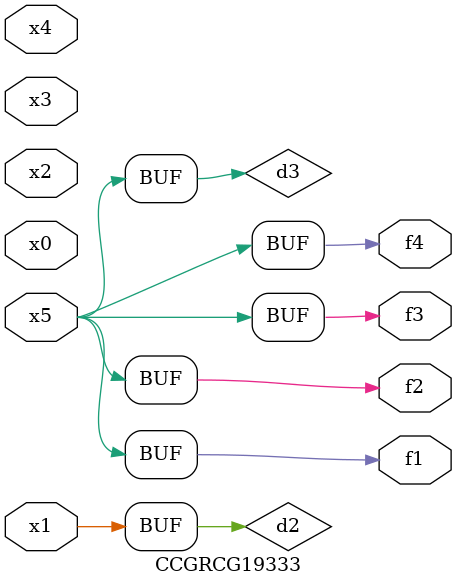
<source format=v>
module CCGRCG19333(
	input x0, x1, x2, x3, x4, x5,
	output f1, f2, f3, f4
);

	wire d1, d2, d3;

	not (d1, x5);
	or (d2, x1);
	xnor (d3, d1);
	assign f1 = d3;
	assign f2 = d3;
	assign f3 = d3;
	assign f4 = d3;
endmodule

</source>
